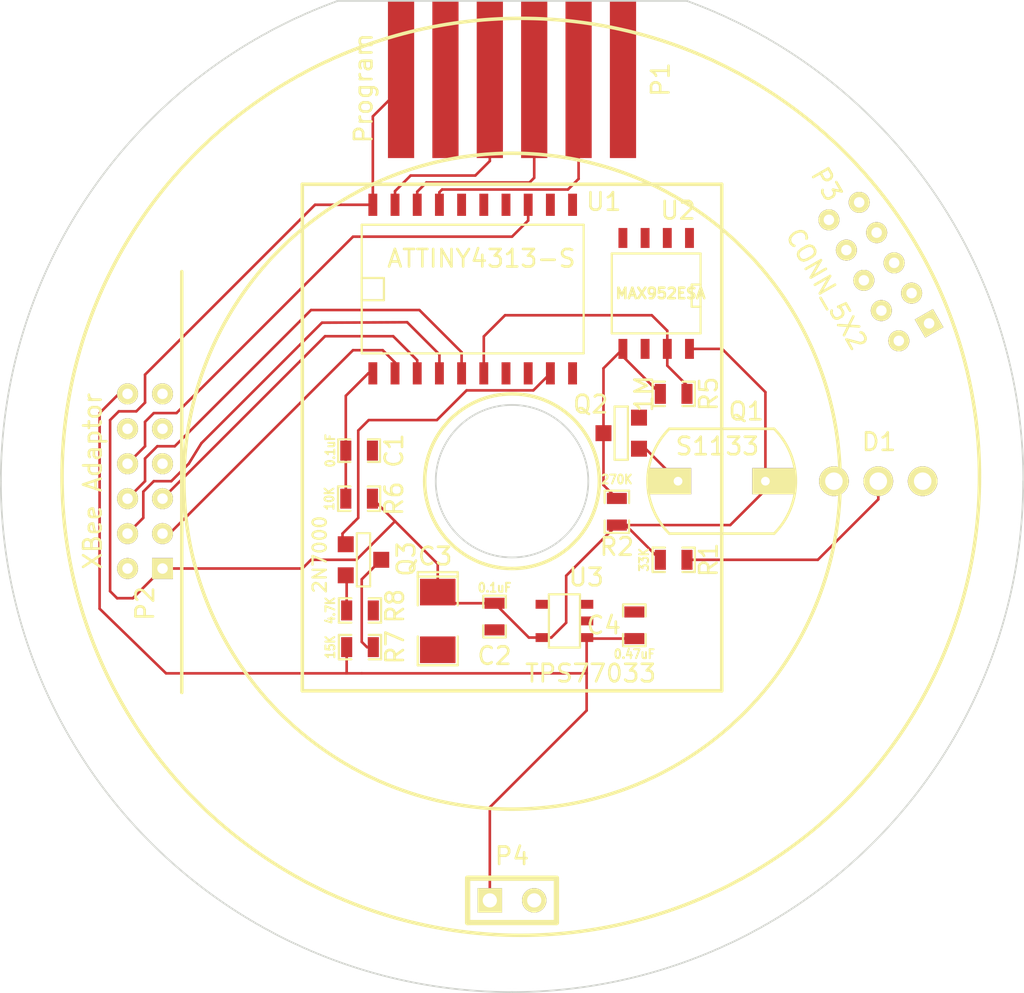
<source format=kicad_pcb>
(kicad_pcb (version 4) (host pcbnew "(2014-jul-16 BZR unknown)-product")

  (general
    (links 63)
    (no_connects 31)
    (area 170.699999 72.35 229.31175 129.300001)
    (thickness 1.6)
    (drawings 14)
    (tracks 140)
    (zones 0)
    (modules 21)
    (nets 31)
  )

  (page A4)
  (title_block
    (title "XBee ATTiny4313 Counting Node")
    (date "28 Jul 2014")
    (rev 0.0)
    (company "K. Sarkies")
  )

  (layers
    (0 F.Cu signal)
    (31 B.Cu power)
    (32 B.Adhes user)
    (33 F.Adhes user)
    (34 B.Paste user)
    (35 F.Paste user)
    (36 B.SilkS user)
    (37 F.SilkS user)
    (38 B.Mask user)
    (39 F.Mask user)
    (40 Dwgs.User user)
    (41 Cmts.User user)
    (42 Eco1.User user)
    (43 Eco2.User user)
    (44 Edge.Cuts user)
    (45 Margin user)
  )

  (setup
    (last_trace_width 0.15)
    (trace_clearance 0.15)
    (zone_clearance 0.508)
    (zone_45_only no)
    (trace_min 0.15)
    (segment_width 0.2)
    (edge_width 0.1)
    (via_size 0.889)
    (via_drill 0.635)
    (via_min_size 0.889)
    (via_min_drill 0.3)
    (uvia_size 0.508)
    (uvia_drill 0.3)
    (uvias_allowed no)
    (uvia_min_size 0.508)
    (uvia_min_drill 0.3)
    (pcb_text_width 0.3)
    (pcb_text_size 1.5 1.5)
    (mod_edge_width 0.15)
    (mod_text_size 1 1)
    (mod_text_width 0.15)
    (pad_size 9 1.5)
    (pad_drill 0)
    (pad_to_mask_clearance 0)
    (aux_axis_origin 0 0)
    (grid_origin 200 100)
    (visible_elements FFFFF77F)
    (pcbplotparams
      (layerselection 0x01030_80000001)
      (usegerberextensions false)
      (excludeedgelayer true)
      (linewidth 0.150000)
      (plotframeref false)
      (viasonmask false)
      (mode 1)
      (useauxorigin false)
      (hpglpennumber 1)
      (hpglpenspeed 20)
      (hpglpendiameter 15)
      (hpglpenoverlay 2)
      (psnegative false)
      (psa4output false)
      (plotreference true)
      (plotvalue true)
      (plotinvisibletext false)
      (padsonsilk false)
      (subtractmaskfromsilk false)
      (outputformat 1)
      (mirror false)
      (drillshape 0)
      (scaleselection 1)
      (outputdirectory gerbers/))
  )

  (net 0 "")
  (net 1 /Bootloader)
  (net 2 /CTS)
  (net 3 /On/Sleep)
  (net 4 /RTS)
  (net 5 /Reset)
  (net 6 /Rx)
  (net 7 /Sleep-Rq)
  (net 8 /Tx)
  (net 9 /VBatt)
  (net 10 /Xbee-Reset)
  (net 11 GND)
  (net 12 "Net-(D1-Pad2)")
  (net 13 "Net-(P1-Pad2)")
  (net 14 "Net-(P1-Pad3)")
  (net 15 "Net-(P1-Pad4)")
  (net 16 "Net-(Q1-Pad1)")
  (net 17 "Net-(Q3-PadD)")
  (net 18 "Net-(Q3-PadG)")
  (net 19 "Net-(Q3-PadS)")
  (net 20 "Net-(U1-Pad11)")
  (net 21 "Net-(U1-Pad12)")
  (net 22 "Net-(U1-Pad7)")
  (net 23 "Net-(U1-Pad8)")
  (net 24 "Net-(U2-Pad6)")
  (net 25 "Net-(U3-Pad4)")
  (net 26 VDD)
  (net 27 "Net-(P3-Pad5)")
  (net 28 "Net-(P3-Pad4)")
  (net 29 "Net-(Q2-Pad3)")
  (net 30 "Net-(U2-Pad1)")

  (net_class Default "This is the default net class."
    (clearance 0.15)
    (trace_width 0.15)
    (via_dia 0.889)
    (via_drill 0.635)
    (uvia_dia 0.508)
    (uvia_drill 0.3)
    (add_net /Bootloader)
    (add_net /CTS)
    (add_net /On/Sleep)
    (add_net /RTS)
    (add_net /Reset)
    (add_net /Rx)
    (add_net /Sleep-Rq)
    (add_net /Tx)
    (add_net /VBatt)
    (add_net /Xbee-Reset)
    (add_net GND)
    (add_net "Net-(D1-Pad2)")
    (add_net "Net-(P1-Pad2)")
    (add_net "Net-(P1-Pad3)")
    (add_net "Net-(P1-Pad4)")
    (add_net "Net-(P3-Pad4)")
    (add_net "Net-(P3-Pad5)")
    (add_net "Net-(Q1-Pad1)")
    (add_net "Net-(Q2-Pad3)")
    (add_net "Net-(Q3-PadD)")
    (add_net "Net-(Q3-PadG)")
    (add_net "Net-(Q3-PadS)")
    (add_net "Net-(U1-Pad11)")
    (add_net "Net-(U1-Pad12)")
    (add_net "Net-(U1-Pad7)")
    (add_net "Net-(U1-Pad8)")
    (add_net "Net-(U2-Pad1)")
    (add_net "Net-(U2-Pad6)")
    (add_net "Net-(U3-Pad4)")
    (add_net VDD)
  )

  (net_class Power ""
    (clearance 0.15)
    (trace_width 0.3)
    (via_dia 0.889)
    (via_drill 0.635)
    (uvia_dia 0.508)
    (uvia_drill 0.3)
  )

  (module SMD_Packages:SM1206POL (layer F.Cu) (tedit 53E09C28) (tstamp 53DF4A4D)
    (at 195.75 108 270)
    (path /53D32BEA)
    (attr smd)
    (fp_text reference C3 (at -3.7 0.15 360) (layer F.SilkS)
      (effects (font (size 1 1) (thickness 0.15)))
    )
    (fp_text value 10uF (at 0 0 270) (layer F.SilkS) hide
      (effects (font (size 0.762 0.762) (thickness 0.127)))
    )
    (fp_line (start -2.54 -1.143) (end -2.794 -1.143) (layer F.SilkS) (width 0.127))
    (fp_line (start -2.794 -1.143) (end -2.794 1.143) (layer F.SilkS) (width 0.127))
    (fp_line (start -2.794 1.143) (end -2.54 1.143) (layer F.SilkS) (width 0.127))
    (fp_line (start -2.54 -1.143) (end -2.54 1.143) (layer F.SilkS) (width 0.127))
    (fp_line (start -2.54 1.143) (end -0.889 1.143) (layer F.SilkS) (width 0.127))
    (fp_line (start 0.889 -1.143) (end 2.54 -1.143) (layer F.SilkS) (width 0.127))
    (fp_line (start 2.54 -1.143) (end 2.54 1.143) (layer F.SilkS) (width 0.127))
    (fp_line (start 2.54 1.143) (end 0.889 1.143) (layer F.SilkS) (width 0.127))
    (fp_line (start -0.889 -1.143) (end -2.54 -1.143) (layer F.SilkS) (width 0.127))
    (pad 1 smd rect (at -1.651 0 270) (size 1.524 2.032) (layers F.Cu F.Paste F.Mask)
      (net 26 VDD))
    (pad 2 smd rect (at 1.651 0 270) (size 1.524 2.032) (layers F.Cu F.Paste F.Mask)
      (net 11 GND))
    (model smd/chip_cms_pol.wrl
      (at (xyz 0 0 0))
      (scale (xyz 0.1700000017881393 0.1599999964237213 0.1599999964237213))
      (rotate (xyz 0 0 0))
    )
  )

  (module SMD_Packages:SO20L (layer F.Cu) (tedit 53E00FF6) (tstamp 53E011F6)
    (at 197.75 89)
    (descr "Cms SOJ 20 pins large")
    (tags "CMS SOJ")
    (path /53CEECF3)
    (attr smd)
    (fp_text reference U1 (at 7.5 -5) (layer F.SilkS)
      (effects (font (size 1 1) (thickness 0.15)))
    )
    (fp_text value ATTINY4313-S (at 0.5 -1.75) (layer F.SilkS)
      (effects (font (size 1 1) (thickness 0.15)))
    )
    (fp_line (start 6.35 3.683) (end 6.35 -3.683) (layer F.SilkS) (width 0.127))
    (fp_line (start -6.35 -3.683) (end -6.35 3.683) (layer F.SilkS) (width 0.127))
    (fp_line (start 6.35 3.683) (end -6.35 3.683) (layer F.SilkS) (width 0.127))
    (fp_line (start -6.35 -3.683) (end 6.35 -3.683) (layer F.SilkS) (width 0.127))
    (fp_line (start -6.35 -0.635) (end -5.08 -0.635) (layer F.SilkS) (width 0.127))
    (fp_line (start -5.08 -0.635) (end -5.08 0.635) (layer F.SilkS) (width 0.127))
    (fp_line (start -5.08 0.635) (end -6.35 0.635) (layer F.SilkS) (width 0.127))
    (pad 11 smd rect (at 5.715 -4.826) (size 0.508 1.27) (layers F.Cu F.Paste F.Mask)
      (net 20 "Net-(U1-Pad11)"))
    (pad 12 smd rect (at 4.445 -4.826) (size 0.508 1.27) (layers F.Cu F.Paste F.Mask)
      (net 21 "Net-(U1-Pad12)"))
    (pad 13 smd rect (at 3.175 -4.826) (size 0.508 1.27) (layers F.Cu F.Paste F.Mask)
      (net 3 /On/Sleep))
    (pad 14 smd rect (at 1.905 -4.826) (size 0.508 1.27) (layers F.Cu F.Paste F.Mask)
      (net 10 /Xbee-Reset))
    (pad 15 smd rect (at 0.635 -4.826) (size 0.508 1.27) (layers F.Cu F.Paste F.Mask)
      (net 7 /Sleep-Rq))
    (pad 16 smd rect (at -0.635 -4.826) (size 0.508 1.27) (layers F.Cu F.Paste F.Mask)
      (net 1 /Bootloader))
    (pad 17 smd rect (at -1.905 -4.826) (size 0.508 1.27) (layers F.Cu F.Paste F.Mask)
      (net 13 "Net-(P1-Pad2)"))
    (pad 18 smd rect (at -3.175 -4.826) (size 0.508 1.27) (layers F.Cu F.Paste F.Mask)
      (net 14 "Net-(P1-Pad3)"))
    (pad 19 smd rect (at -4.445 -4.826) (size 0.508 1.27) (layers F.Cu F.Paste F.Mask)
      (net 15 "Net-(P1-Pad4)"))
    (pad 20 smd rect (at -5.715 -4.826) (size 0.508 1.27) (layers F.Cu F.Paste F.Mask)
      (net 26 VDD))
    (pad 1 smd rect (at -5.715 4.826) (size 0.508 1.27) (layers F.Cu F.Paste F.Mask)
      (net 5 /Reset))
    (pad 2 smd rect (at -4.445 4.826) (size 0.508 1.27) (layers F.Cu F.Paste F.Mask)
      (net 6 /Rx))
    (pad 3 smd rect (at -3.175 4.826) (size 0.508 1.27) (layers F.Cu F.Paste F.Mask)
      (net 8 /Tx))
    (pad 4 smd rect (at -1.905 4.826) (size 0.508 1.27) (layers F.Cu F.Paste F.Mask)
      (net 2 /CTS))
    (pad 5 smd rect (at -0.635 4.826) (size 0.508 1.27) (layers F.Cu F.Paste F.Mask)
      (net 4 /RTS))
    (pad 6 smd rect (at 0.635 4.826) (size 0.508 1.27) (layers F.Cu F.Paste F.Mask)
      (net 27 "Net-(P3-Pad5)"))
    (pad 7 smd rect (at 1.905 4.826) (size 0.508 1.27) (layers F.Cu F.Paste F.Mask)
      (net 22 "Net-(U1-Pad7)"))
    (pad 8 smd rect (at 3.175 4.826) (size 0.508 1.27) (layers F.Cu F.Paste F.Mask)
      (net 23 "Net-(U1-Pad8)"))
    (pad 9 smd rect (at 4.445 4.826) (size 0.508 1.27) (layers F.Cu F.Paste F.Mask)
      (net 18 "Net-(Q3-PadG)"))
    (pad 10 smd rect (at 5.715 4.826) (size 0.508 1.27) (layers F.Cu F.Paste F.Mask)
      (net 11 GND))
    (model smd/cms_so20.wrl
      (at (xyz 0 0 0))
      (scale (xyz 0.5 0.6000000238418579 0.5))
      (rotate (xyz 0 0 0))
    )
  )

  (module SMD_Packages:SO8N (layer F.Cu) (tedit 53E08451) (tstamp 53D5AAED)
    (at 208.25 89.25 180)
    (descr "Module CMS SOJ 8 pins large")
    (tags "CMS SOJ")
    (path /53D35B75)
    (attr smd)
    (fp_text reference U2 (at -1.25 4.75 180) (layer F.SilkS)
      (effects (font (size 1 1) (thickness 0.15)))
    )
    (fp_text value MAX952ESA (at -0.25 0 180) (layer F.SilkS)
      (effects (font (size 0.6 0.6) (thickness 0.15)))
    )
    (fp_line (start -2.54 -2.286) (end 2.54 -2.286) (layer F.SilkS) (width 0.127))
    (fp_line (start 2.54 -2.286) (end 2.54 2.286) (layer F.SilkS) (width 0.127))
    (fp_line (start 2.54 2.286) (end -2.54 2.286) (layer F.SilkS) (width 0.127))
    (fp_line (start -2.54 2.286) (end -2.54 -2.286) (layer F.SilkS) (width 0.127))
    (fp_line (start -2.54 -0.762) (end -2.032 -0.762) (layer F.SilkS) (width 0.127))
    (fp_line (start -2.032 -0.762) (end -2.032 0.508) (layer F.SilkS) (width 0.127))
    (fp_line (start -2.032 0.508) (end -2.54 0.508) (layer F.SilkS) (width 0.127))
    (pad 8 smd rect (at -1.905 -3.175 180) (size 0.508 1.143) (layers F.Cu F.Paste F.Mask)
      (net 26 VDD))
    (pad 7 smd rect (at -0.635 -3.175 180) (size 0.508 1.143) (layers F.Cu F.Paste F.Mask)
      (net 27 "Net-(P3-Pad5)"))
    (pad 6 smd rect (at 0.635 -3.175 180) (size 0.508 1.143) (layers F.Cu F.Paste F.Mask)
      (net 24 "Net-(U2-Pad6)"))
    (pad 5 smd rect (at 1.905 -3.175 180) (size 0.508 1.143) (layers F.Cu F.Paste F.Mask)
      (net 29 "Net-(Q2-Pad3)"))
    (pad 4 smd rect (at 1.905 3.175 180) (size 0.508 1.143) (layers F.Cu F.Paste F.Mask)
      (net 11 GND))
    (pad 3 smd rect (at 0.635 3.175 180) (size 0.508 1.143) (layers F.Cu F.Paste F.Mask)
      (net 11 GND))
    (pad 2 smd rect (at -0.635 3.175 180) (size 0.508 1.143) (layers F.Cu F.Paste F.Mask)
      (net 11 GND))
    (pad 1 smd rect (at -1.905 3.175 180) (size 0.508 1.143) (layers F.Cu F.Paste F.Mask)
      (net 30 "Net-(U2-Pad1)"))
    (model smd/cms_so8.wrl
      (at (xyz 0 0 0))
      (scale (xyz 0.5 0.3799999952316284 0.5))
      (rotate (xyz 0 0 0))
    )
  )

  (module SMD_Packages:SOT23-5 (layer F.Cu) (tedit 53E083C8) (tstamp 53E0129D)
    (at 203 108 90)
    (path /53D3518C)
    (attr smd)
    (fp_text reference U3 (at 2.5 1.25 180) (layer F.SilkS)
      (effects (font (size 1 1) (thickness 0.15)))
    )
    (fp_text value TPS77033 (at -3 1.5 180) (layer F.SilkS)
      (effects (font (size 1 1) (thickness 0.15)))
    )
    (fp_line (start 1.524 -0.889) (end 1.524 0.889) (layer F.SilkS) (width 0.127))
    (fp_line (start 1.524 0.889) (end -1.524 0.889) (layer F.SilkS) (width 0.127))
    (fp_line (start -1.524 0.889) (end -1.524 -0.889) (layer F.SilkS) (width 0.127))
    (fp_line (start -1.524 -0.889) (end 1.524 -0.889) (layer F.SilkS) (width 0.127))
    (pad 1 smd rect (at -0.9525 1.27 90) (size 0.508 0.762) (layers F.Cu F.Paste F.Mask)
      (net 9 /VBatt))
    (pad 3 smd rect (at 0.9525 1.27 90) (size 0.508 0.762) (layers F.Cu F.Paste F.Mask)
      (net 11 GND))
    (pad 5 smd rect (at -0.9525 -1.27 90) (size 0.508 0.762) (layers F.Cu F.Paste F.Mask)
      (net 26 VDD))
    (pad 2 smd rect (at 0 1.27 90) (size 0.508 0.762) (layers F.Cu F.Paste F.Mask)
      (net 11 GND))
    (pad 4 smd rect (at 0.9525 -1.27 90) (size 0.508 0.762) (layers F.Cu F.Paste F.Mask)
      (net 25 "Net-(U3-Pad4)"))
    (model smd/SOT23_5.wrl
      (at (xyz 0 0 0))
      (scale (xyz 0.1000000014901161 0.1000000014901161 0.1000000014901161))
      (rotate (xyz 0 0 0))
    )
  )

  (module Connect:SIL-2 (layer F.Cu) (tedit 53DE0509) (tstamp 53DE0969)
    (at 200 124)
    (descr "Connecteurs 2 pins")
    (tags "CONN DEV")
    (path /53D32A7E)
    (fp_text reference P4 (at 0 -2.54) (layer F.SilkS)
      (effects (font (size 1 1) (thickness 0.15)))
    )
    (fp_text value Battery (at 0 -2.54) (layer F.SilkS) hide
      (effects (font (size 1.524 1.016) (thickness 0.3048)))
    )
    (fp_line (start -2.54 1.27) (end -2.54 -1.27) (layer F.SilkS) (width 0.3048))
    (fp_line (start -2.54 -1.27) (end 2.54 -1.27) (layer F.SilkS) (width 0.3048))
    (fp_line (start 2.54 -1.27) (end 2.54 1.27) (layer F.SilkS) (width 0.3048))
    (fp_line (start 2.54 1.27) (end -2.54 1.27) (layer F.SilkS) (width 0.3048))
    (pad 1 thru_hole rect (at -1.27 0) (size 1.397 1.397) (drill 0.8128) (layers *.Cu *.Mask F.SilkS)
      (net 9 /VBatt))
    (pad 2 thru_hole circle (at 1.27 0) (size 1.397 1.397) (drill 0.8128) (layers *.Cu *.Mask F.SilkS)
      (net 11 GND))
  )

  (module PhotoDiode:LED-Mount (layer F.Cu) (tedit 53DF4AB9) (tstamp 53DFE4F0)
    (at 223.5 100)
    (path /53DCC508)
    (fp_text reference D1 (at -2.5 -2.25) (layer F.SilkS)
      (effects (font (size 1 1) (thickness 0.15)))
    )
    (fp_text value APD3224ZGC-F01 (at -2.5 -2.5) (layer F.SilkS) hide
      (effects (font (size 1 1) (thickness 0.15)))
    )
    (pad 1 thru_hole circle (at 0 0) (size 1.7 1.7) (drill 1) (layers *.Cu *.Mask F.SilkS)
      (net 11 GND))
    (pad 2 thru_hole circle (at -2.54 0) (size 1.7 1.7) (drill 1) (layers *.Cu *.Mask F.SilkS)
      (net 12 "Net-(D1-Pad2)"))
    (pad 3 thru_hole circle (at -5.08 0) (size 1.7 1.7) (drill 1) (layers *.Cu *.Mask F.SilkS))
  )

  (module SMD_Packages:SM0603_Capa (layer F.Cu) (tedit 53E083DF) (tstamp 53E0110C)
    (at 191.25 98.25)
    (path /53DF7E14)
    (attr smd)
    (fp_text reference C1 (at 2 0 90) (layer F.SilkS)
      (effects (font (size 1 1) (thickness 0.15)))
    )
    (fp_text value 0.1uF (at -1.651 0 90) (layer F.SilkS)
      (effects (font (size 0.508 0.4572) (thickness 0.1143)))
    )
    (fp_line (start 0.50038 0.65024) (end 1.19888 0.65024) (layer F.SilkS) (width 0.11938))
    (fp_line (start -0.50038 0.65024) (end -1.19888 0.65024) (layer F.SilkS) (width 0.11938))
    (fp_line (start 0.50038 -0.65024) (end 1.19888 -0.65024) (layer F.SilkS) (width 0.11938))
    (fp_line (start -1.19888 -0.65024) (end -0.50038 -0.65024) (layer F.SilkS) (width 0.11938))
    (fp_line (start 1.19888 -0.635) (end 1.19888 0.635) (layer F.SilkS) (width 0.11938))
    (fp_line (start -1.19888 0.635) (end -1.19888 -0.635) (layer F.SilkS) (width 0.11938))
    (pad 1 smd rect (at -0.762 0) (size 0.635 1.143) (layers F.Cu F.Paste F.Mask)
      (net 5 /Reset))
    (pad 2 smd rect (at 0.762 0) (size 0.635 1.143) (layers F.Cu F.Paste F.Mask)
      (net 11 GND))
    (model smd\capacitors\C0603.wrl
      (at (xyz 0 0 0.001000000047497451))
      (scale (xyz 0.5 0.5 0.5))
      (rotate (xyz 0 0 0))
    )
  )

  (module SMD_Packages:SM0603_Capa (layer F.Cu) (tedit 53E083CE) (tstamp 53E0719D)
    (at 199 107.75 270)
    (path /53D32ECC)
    (attr smd)
    (fp_text reference C2 (at 2.25 0 360) (layer F.SilkS)
      (effects (font (size 1 1) (thickness 0.15)))
    )
    (fp_text value 0.1uF (at -1.651 0 360) (layer F.SilkS)
      (effects (font (size 0.508 0.4572) (thickness 0.1143)))
    )
    (fp_line (start 0.50038 0.65024) (end 1.19888 0.65024) (layer F.SilkS) (width 0.11938))
    (fp_line (start -0.50038 0.65024) (end -1.19888 0.65024) (layer F.SilkS) (width 0.11938))
    (fp_line (start 0.50038 -0.65024) (end 1.19888 -0.65024) (layer F.SilkS) (width 0.11938))
    (fp_line (start -1.19888 -0.65024) (end -0.50038 -0.65024) (layer F.SilkS) (width 0.11938))
    (fp_line (start 1.19888 -0.635) (end 1.19888 0.635) (layer F.SilkS) (width 0.11938))
    (fp_line (start -1.19888 0.635) (end -1.19888 -0.635) (layer F.SilkS) (width 0.11938))
    (pad 1 smd rect (at -0.762 0 270) (size 0.635 1.143) (layers F.Cu F.Paste F.Mask)
      (net 26 VDD))
    (pad 2 smd rect (at 0.762 0 270) (size 0.635 1.143) (layers F.Cu F.Paste F.Mask)
      (net 11 GND))
    (model smd\capacitors\C0603.wrl
      (at (xyz 0 0 0.001000000047497451))
      (scale (xyz 0.5 0.5 0.5))
      (rotate (xyz 0 0 0))
    )
  )

  (module SMD_Packages:SM0603_Capa (layer F.Cu) (tedit 53E08469) (tstamp 53E071A8)
    (at 207 108.25 90)
    (path /53D36D73)
    (attr smd)
    (fp_text reference C4 (at 0 -1.75 180) (layer F.SilkS)
      (effects (font (size 1 1) (thickness 0.15)))
    )
    (fp_text value 0.47uF (at -1.651 0 180) (layer F.SilkS)
      (effects (font (size 0.508 0.4572) (thickness 0.1143)))
    )
    (fp_line (start 0.50038 0.65024) (end 1.19888 0.65024) (layer F.SilkS) (width 0.11938))
    (fp_line (start -0.50038 0.65024) (end -1.19888 0.65024) (layer F.SilkS) (width 0.11938))
    (fp_line (start 0.50038 -0.65024) (end 1.19888 -0.65024) (layer F.SilkS) (width 0.11938))
    (fp_line (start -1.19888 -0.65024) (end -0.50038 -0.65024) (layer F.SilkS) (width 0.11938))
    (fp_line (start 1.19888 -0.635) (end 1.19888 0.635) (layer F.SilkS) (width 0.11938))
    (fp_line (start -1.19888 0.635) (end -1.19888 -0.635) (layer F.SilkS) (width 0.11938))
    (pad 1 smd rect (at -0.762 0 90) (size 0.635 1.143) (layers F.Cu F.Paste F.Mask)
      (net 9 /VBatt))
    (pad 2 smd rect (at 0.762 0 90) (size 0.635 1.143) (layers F.Cu F.Paste F.Mask)
      (net 11 GND))
    (model smd\capacitors\C0603.wrl
      (at (xyz 0 0 0.001000000047497451))
      (scale (xyz 0.5 0.5 0.5))
      (rotate (xyz 0 0 0))
    )
  )

  (module SMD_Packages:SM0603_Resistor (layer F.Cu) (tedit 53E08515) (tstamp 53E010C5)
    (at 209.25 104.5)
    (path /53DCC4A4)
    (attr smd)
    (fp_text reference R1 (at 2 0 90) (layer F.SilkS)
      (effects (font (size 1 1) (thickness 0.15)))
    )
    (fp_text value 33K (at -1.69926 0 90) (layer F.SilkS)
      (effects (font (size 0.508 0.4572) (thickness 0.1143)))
    )
    (fp_line (start -0.50038 -0.6985) (end -1.2065 -0.6985) (layer F.SilkS) (width 0.127))
    (fp_line (start -1.2065 -0.6985) (end -1.2065 0.6985) (layer F.SilkS) (width 0.127))
    (fp_line (start -1.2065 0.6985) (end -0.50038 0.6985) (layer F.SilkS) (width 0.127))
    (fp_line (start 1.2065 -0.6985) (end 0.50038 -0.6985) (layer F.SilkS) (width 0.127))
    (fp_line (start 1.2065 -0.6985) (end 1.2065 0.6985) (layer F.SilkS) (width 0.127))
    (fp_line (start 1.2065 0.6985) (end 0.50038 0.6985) (layer F.SilkS) (width 0.127))
    (pad 1 smd rect (at -0.762 0) (size 0.635 1.143) (layers F.Cu F.Paste F.Mask)
      (net 26 VDD))
    (pad 2 smd rect (at 0.762 0) (size 0.635 1.143) (layers F.Cu F.Paste F.Mask)
      (net 12 "Net-(D1-Pad2)"))
    (model smd\resistors\R0603.wrl
      (at (xyz 0 0 0.001000000047497451))
      (scale (xyz 0.5 0.5 0.5))
      (rotate (xyz 0 0 0))
    )
  )

  (module SMD_Packages:SM0603_Resistor (layer F.Cu) (tedit 53E09C20) (tstamp 53E071BE)
    (at 206 101.75 90)
    (path /53D35F1D)
    (attr smd)
    (fp_text reference R2 (at -2 0 180) (layer F.SilkS)
      (effects (font (size 1 1) (thickness 0.15)))
    )
    (fp_text value 270K (at 1.85 0 180) (layer F.SilkS)
      (effects (font (size 0.508 0.4572) (thickness 0.1143)))
    )
    (fp_line (start -0.50038 -0.6985) (end -1.2065 -0.6985) (layer F.SilkS) (width 0.127))
    (fp_line (start -1.2065 -0.6985) (end -1.2065 0.6985) (layer F.SilkS) (width 0.127))
    (fp_line (start -1.2065 0.6985) (end -0.50038 0.6985) (layer F.SilkS) (width 0.127))
    (fp_line (start 1.2065 -0.6985) (end 0.50038 -0.6985) (layer F.SilkS) (width 0.127))
    (fp_line (start 1.2065 -0.6985) (end 1.2065 0.6985) (layer F.SilkS) (width 0.127))
    (fp_line (start 1.2065 0.6985) (end 0.50038 0.6985) (layer F.SilkS) (width 0.127))
    (pad 1 smd rect (at -0.762 0 90) (size 0.635 1.143) (layers F.Cu F.Paste F.Mask)
      (net 26 VDD))
    (pad 2 smd rect (at 0.762 0 90) (size 0.635 1.143) (layers F.Cu F.Paste F.Mask)
      (net 29 "Net-(Q2-Pad3)"))
    (model smd\resistors\R0603.wrl
      (at (xyz 0 0 0.001000000047497451))
      (scale (xyz 0.5 0.5 0.5))
      (rotate (xyz 0 0 0))
    )
  )

  (module SMD_Packages:SM0603_Resistor (layer F.Cu) (tedit 53E08520) (tstamp 53E071C9)
    (at 209.25 95)
    (path /53D35C63)
    (attr smd)
    (fp_text reference R5 (at 2 0 90) (layer F.SilkS)
      (effects (font (size 1 1) (thickness 0.15)))
    )
    (fp_text value 1M (at -1.69926 0 90) (layer F.SilkS)
      (effects (font (size 1 1) (thickness 0.15)))
    )
    (fp_line (start -0.50038 -0.6985) (end -1.2065 -0.6985) (layer F.SilkS) (width 0.127))
    (fp_line (start -1.2065 -0.6985) (end -1.2065 0.6985) (layer F.SilkS) (width 0.127))
    (fp_line (start -1.2065 0.6985) (end -0.50038 0.6985) (layer F.SilkS) (width 0.127))
    (fp_line (start 1.2065 -0.6985) (end 0.50038 -0.6985) (layer F.SilkS) (width 0.127))
    (fp_line (start 1.2065 -0.6985) (end 1.2065 0.6985) (layer F.SilkS) (width 0.127))
    (fp_line (start 1.2065 0.6985) (end 0.50038 0.6985) (layer F.SilkS) (width 0.127))
    (pad 1 smd rect (at -0.762 0) (size 0.635 1.143) (layers F.Cu F.Paste F.Mask)
      (net 29 "Net-(Q2-Pad3)"))
    (pad 2 smd rect (at 0.762 0) (size 0.635 1.143) (layers F.Cu F.Paste F.Mask)
      (net 27 "Net-(P3-Pad5)"))
    (model smd\resistors\R0603.wrl
      (at (xyz 0 0 0.001000000047497451))
      (scale (xyz 0.5 0.5 0.5))
      (rotate (xyz 0 0 0))
    )
  )

  (module SMD_Packages:SM0603_Resistor (layer F.Cu) (tedit 53E083D8) (tstamp 53E071DF)
    (at 191.3 109.5)
    (path /53D32AFA)
    (attr smd)
    (fp_text reference R7 (at 2 0 90) (layer F.SilkS)
      (effects (font (size 1 1) (thickness 0.15)))
    )
    (fp_text value 15K (at -1.69926 0 90) (layer F.SilkS)
      (effects (font (size 0.508 0.4572) (thickness 0.1143)))
    )
    (fp_line (start -0.50038 -0.6985) (end -1.2065 -0.6985) (layer F.SilkS) (width 0.127))
    (fp_line (start -1.2065 -0.6985) (end -1.2065 0.6985) (layer F.SilkS) (width 0.127))
    (fp_line (start -1.2065 0.6985) (end -0.50038 0.6985) (layer F.SilkS) (width 0.127))
    (fp_line (start 1.2065 -0.6985) (end 0.50038 -0.6985) (layer F.SilkS) (width 0.127))
    (fp_line (start 1.2065 -0.6985) (end 1.2065 0.6985) (layer F.SilkS) (width 0.127))
    (fp_line (start 1.2065 0.6985) (end 0.50038 0.6985) (layer F.SilkS) (width 0.127))
    (pad 1 smd rect (at -0.762 0) (size 0.635 1.143) (layers F.Cu F.Paste F.Mask)
      (net 9 /VBatt))
    (pad 2 smd rect (at 0.762 0) (size 0.635 1.143) (layers F.Cu F.Paste F.Mask)
      (net 17 "Net-(Q3-PadD)"))
    (model smd\resistors\R0603.wrl
      (at (xyz 0 0 0.001000000047497451))
      (scale (xyz 0.5 0.5 0.5))
      (rotate (xyz 0 0 0))
    )
  )

  (module SMD_Packages:SM0603_Resistor (layer F.Cu) (tedit 53E083D3) (tstamp 53E071EA)
    (at 191.3 107.4)
    (path /53D32B0E)
    (attr smd)
    (fp_text reference R8 (at 2 -0.25 90) (layer F.SilkS)
      (effects (font (size 1 1) (thickness 0.15)))
    )
    (fp_text value 4.7K (at -1.69926 0 90) (layer F.SilkS)
      (effects (font (size 0.508 0.4572) (thickness 0.1143)))
    )
    (fp_line (start -0.50038 -0.6985) (end -1.2065 -0.6985) (layer F.SilkS) (width 0.127))
    (fp_line (start -1.2065 -0.6985) (end -1.2065 0.6985) (layer F.SilkS) (width 0.127))
    (fp_line (start -1.2065 0.6985) (end -0.50038 0.6985) (layer F.SilkS) (width 0.127))
    (fp_line (start 1.2065 -0.6985) (end 0.50038 -0.6985) (layer F.SilkS) (width 0.127))
    (fp_line (start 1.2065 -0.6985) (end 1.2065 0.6985) (layer F.SilkS) (width 0.127))
    (fp_line (start 1.2065 0.6985) (end 0.50038 0.6985) (layer F.SilkS) (width 0.127))
    (pad 1 smd rect (at -0.762 0) (size 0.635 1.143) (layers F.Cu F.Paste F.Mask)
      (net 19 "Net-(Q3-PadS)"))
    (pad 2 smd rect (at 0.762 0) (size 0.635 1.143) (layers F.Cu F.Paste F.Mask)
      (net 11 GND))
    (model smd\resistors\R0603.wrl
      (at (xyz 0 0 0.001000000047497451))
      (scale (xyz 0.5 0.5 0.5))
      (rotate (xyz 0 0 0))
    )
  )

  (module SMD_Packages:SM0603_Resistor (layer F.Cu) (tedit 53E083DB) (tstamp 53E0B887)
    (at 191.25 101)
    (path /53D32B68)
    (attr smd)
    (fp_text reference R6 (at 2 0 90) (layer F.SilkS)
      (effects (font (size 1 1) (thickness 0.15)))
    )
    (fp_text value 10K (at -1.69926 0 90) (layer F.SilkS)
      (effects (font (size 0.508 0.4572) (thickness 0.1143)))
    )
    (fp_line (start -0.50038 -0.6985) (end -1.2065 -0.6985) (layer F.SilkS) (width 0.127))
    (fp_line (start -1.2065 -0.6985) (end -1.2065 0.6985) (layer F.SilkS) (width 0.127))
    (fp_line (start -1.2065 0.6985) (end -0.50038 0.6985) (layer F.SilkS) (width 0.127))
    (fp_line (start 1.2065 -0.6985) (end 0.50038 -0.6985) (layer F.SilkS) (width 0.127))
    (fp_line (start 1.2065 -0.6985) (end 1.2065 0.6985) (layer F.SilkS) (width 0.127))
    (fp_line (start 1.2065 0.6985) (end 0.50038 0.6985) (layer F.SilkS) (width 0.127))
    (pad 1 smd rect (at -0.762 0) (size 0.635 1.143) (layers F.Cu F.Paste F.Mask)
      (net 5 /Reset))
    (pad 2 smd rect (at 0.762 0) (size 0.635 1.143) (layers F.Cu F.Paste F.Mask)
      (net 26 VDD))
    (model smd\resistors\R0603.wrl
      (at (xyz 0 0 0.001000000047497451))
      (scale (xyz 0.5 0.5 0.5))
      (rotate (xyz 0 0 0))
    )
  )

  (module PhotoDiode:S1133TH (layer F.Cu) (tedit 53E0D6E6) (tstamp 53E4178E)
    (at 212 100)
    (path /53D35EC7)
    (fp_text reference Q1 (at 1.4 -4) (layer F.SilkS)
      (effects (font (size 1 1) (thickness 0.15)))
    )
    (fp_text value S1133 (at -0.25 -2) (layer F.SilkS)
      (effects (font (size 1 1) (thickness 0.15)))
    )
    (fp_arc (start 0 0) (end -3 3) (angle 90) (layer F.SilkS) (width 0.15))
    (fp_arc (start 0 0) (end 3 -3) (angle 90) (layer F.SilkS) (width 0.15))
    (fp_line (start 3 3) (end -3 3) (layer F.SilkS) (width 0.15))
    (fp_line (start 3 -3) (end -3 -3) (layer F.SilkS) (width 0.15))
    (pad 1 thru_hole rect (at -2.5 0) (size 2.5 1.5) (drill 0.5 (offset -0.5 0)) (layers *.Cu *.Mask F.SilkS)
      (net 16 "Net-(Q1-Pad1)"))
    (pad 3 thru_hole rect (at 2.5 0) (size 2.5 1.5) (drill 0.5 (offset 0.5 0)) (layers *.Cu *.Mask F.SilkS)
      (net 26 VDD))
  )

  (module PhotoDiode:pin_header_2mm_2x6 (layer F.Cu) (tedit 53E0724F) (tstamp 53E15724)
    (at 179 100 90)
    (path /53DDD3EB)
    (fp_text reference P2 (at -7 0 90) (layer F.SilkS)
      (effects (font (size 1 1) (thickness 0.15)))
    )
    (fp_text value "XBee Adaptor" (at 0 -3 90) (layer F.SilkS)
      (effects (font (size 1 1) (thickness 0.15)))
    )
    (pad 5 thru_hole circle (at -1 1 90) (size 1.2 1.2) (drill 0.6) (layers *.Cu *.Mask F.SilkS)
      (net 8 /Tx))
    (pad 3 thru_hole circle (at -3 1 90) (size 1.2 1.2) (drill 0.6) (layers *.Cu *.Mask F.SilkS)
      (net 6 /Rx))
    (pad 1 thru_hole rect (at -5 1 90) (size 1.2 1.2) (drill 0.6) (layers *.Cu *.Mask F.SilkS)
      (net 26 VDD))
    (pad 7 thru_hole circle (at 1 1 90) (size 1.2 1.2) (drill 0.6) (layers *.Cu *.Mask F.SilkS)
      (net 1 /Bootloader))
    (pad 9 thru_hole circle (at 3 1 90) (size 1.2 1.2) (drill 0.6) (layers *.Cu *.Mask F.SilkS)
      (net 5 /Reset))
    (pad 11 thru_hole circle (at 5 1 90) (size 1.2 1.2) (drill 0.6) (layers *.Cu *.Mask F.SilkS)
      (net 11 GND))
    (pad 12 thru_hole circle (at 5 -1 90) (size 1.2 1.2) (drill 0.6) (layers *.Cu *.Mask F.SilkS)
      (net 9 /VBatt))
    (pad 10 thru_hole circle (at 3 -1 90) (size 1.2 1.2) (drill 0.6) (layers *.Cu *.Mask F.SilkS)
      (net 10 /Xbee-Reset))
    (pad 8 thru_hole circle (at 1 -1 90) (size 1.2 1.2) (drill 0.6) (layers *.Cu *.Mask F.SilkS)
      (net 3 /On/Sleep))
    (pad 6 thru_hole circle (at -1 -1 90) (size 1.2 1.2) (drill 0.6) (layers *.Cu *.Mask F.SilkS)
      (net 4 /RTS))
    (pad 4 thru_hole circle (at -3 -1 90) (size 1.2 1.2) (drill 0.6) (layers *.Cu *.Mask F.SilkS)
      (net 2 /CTS))
    (pad 2 thru_hole circle (at -5 -1 90) (size 1.2 1.2) (drill 0.6) (layers *.Cu *.Mask F.SilkS)
      (net 7 /Sleep-Rq))
  )

  (module PhotoDiode:pin_header_2mm_2x5 (layer F.Cu) (tedit 53E075E5) (tstamp 53E1FA1B)
    (at 221 88 120)
    (path /53E0177A)
    (fp_text reference P3 (at 5.830127 -0.098076 120) (layer F.SilkS)
      (effects (font (size 1 1) (thickness 0.15)))
    )
    (fp_text value CONN_5X2 (at 0.633975 -3.098076 120) (layer F.SilkS)
      (effects (font (size 1 1) (thickness 0.15)))
    )
    (pad 5 thru_hole circle (at 0 1 120) (size 1.2 1.2) (drill 0.6) (layers *.Cu *.Mask F.SilkS)
      (net 27 "Net-(P3-Pad5)"))
    (pad 3 thru_hole circle (at -2 1 120) (size 1.2 1.2) (drill 0.6) (layers *.Cu *.Mask F.SilkS)
      (net 8 /Tx))
    (pad 1 thru_hole rect (at -4 1 120) (size 1.2 1.2) (drill 0.6) (layers *.Cu *.Mask F.SilkS)
      (net 6 /Rx))
    (pad 7 thru_hole circle (at 2 1 120) (size 1.2 1.2) (drill 0.6) (layers *.Cu *.Mask F.SilkS)
      (net 5 /Reset))
    (pad 9 thru_hole circle (at 4 1 120) (size 1.2 1.2) (drill 0.6) (layers *.Cu *.Mask F.SilkS)
      (net 11 GND))
    (pad 10 thru_hole circle (at 4 -1 120) (size 1.2 1.2) (drill 0.6) (layers *.Cu *.Mask F.SilkS)
      (net 9 /VBatt))
    (pad 8 thru_hole circle (at 2 -1 120) (size 1.2 1.2) (drill 0.6) (layers *.Cu *.Mask F.SilkS)
      (net 10 /Xbee-Reset))
    (pad 6 thru_hole circle (at 0 -1 120) (size 1.2 1.2) (drill 0.6) (layers *.Cu *.Mask F.SilkS)
      (net 3 /On/Sleep))
    (pad 4 thru_hole circle (at -2 -1 120) (size 1.2 1.2) (drill 0.6) (layers *.Cu *.Mask F.SilkS)
      (net 28 "Net-(P3-Pad4)"))
    (pad 2 thru_hole circle (at -4 -1 120) (size 1.2 1.2) (drill 0.6) (layers *.Cu *.Mask F.SilkS)
      (net 7 /Sleep-Rq))
  )

  (module PhotoDiode:edge_conn_6_pin (layer F.Cu) (tedit 53E099E8) (tstamp 53E09A0E)
    (at 200 77 90)
    (path /53D36642)
    (fp_text reference P1 (at 0 8.5 90) (layer F.SilkS)
      (effects (font (size 1 1) (thickness 0.15)))
    )
    (fp_text value Program (at -0.5 -8.5 90) (layer F.SilkS)
      (effects (font (size 1 1) (thickness 0.15)))
    )
    (pad 2 connect rect (at 0 3.81 90) (size 9 1.5) (layers F.Cu F.Mask)
      (net 13 "Net-(P1-Pad2)"))
    (pad 3 connect rect (at 0 1.27 90) (size 9 1.5) (layers F.Cu F.Mask)
      (net 14 "Net-(P1-Pad3)"))
    (pad 4 connect rect (at 0 -1.27 90) (size 9 1.5) (layers F.Cu F.Mask)
      (net 15 "Net-(P1-Pad4)"))
    (pad 5 connect rect (at 0 -3.81 90) (size 9 1.5) (layers F.Cu F.Mask)
      (net 5 /Reset))
    (pad 6 connect rect (at 0 -6.35 90) (size 9 1.5) (layers F.Cu F.Mask)
      (net 26 VDD))
    (pad 1 connect rect (at 0 6.35 90) (size 9 1.5) (layers F.Cu F.Mask)
      (net 11 GND))
  )

  (module SMD_Packages:SOT23EBC (layer F.Cu) (tedit 53E0D6E3) (tstamp 53E17839)
    (at 206.25 97.25 270)
    (descr "Module CMS SOT23 Transistore EBC")
    (tags "CMS SOT")
    (path /53D35E04)
    (attr smd)
    (fp_text reference Q2 (at -1.65 1.75 360) (layer F.SilkS)
      (effects (font (size 1 1) (thickness 0.15)))
    )
    (fp_text value S9014 (at 0 0 270) (layer F.SilkS) hide
      (effects (font (size 0.762 0.762) (thickness 0.2032)))
    )
    (fp_line (start -1.524 -0.381) (end 1.524 -0.381) (layer F.SilkS) (width 0.127))
    (fp_line (start 1.524 -0.381) (end 1.524 0.381) (layer F.SilkS) (width 0.127))
    (fp_line (start 1.524 0.381) (end -1.524 0.381) (layer F.SilkS) (width 0.127))
    (fp_line (start -1.524 0.381) (end -1.524 -0.381) (layer F.SilkS) (width 0.127))
    (pad 1 smd rect (at -0.889 -1.016 270) (size 0.9144 0.9144) (layers F.Cu F.Paste F.Mask)
      (net 11 GND))
    (pad 2 smd rect (at 0.889 -1.016 270) (size 0.9144 0.9144) (layers F.Cu F.Paste F.Mask)
      (net 16 "Net-(Q1-Pad1)"))
    (pad 3 smd rect (at 0 1.016 270) (size 0.9144 0.9144) (layers F.Cu F.Paste F.Mask)
      (net 29 "Net-(Q2-Pad3)"))
    (model smd/cms_sot23.wrl
      (at (xyz 0 0 0))
      (scale (xyz 0.1299999952316284 0.1500000059604645 0.1500000059604645))
      (rotate (xyz 0 0 0))
    )
  )

  (module SMD_Packages:SOT23GDS (layer F.Cu) (tedit 53E1A0C2) (tstamp 53E17843)
    (at 191.5 104.5 90)
    (descr "Module CMS SOT23 Transistore EBC")
    (tags "CMS SOT")
    (path /53D32AE5)
    (attr smd)
    (fp_text reference Q3 (at 0.05 2.45 90) (layer F.SilkS)
      (effects (font (size 1 1) (thickness 0.15)))
    )
    (fp_text value 2N7000 (at 0.3 -2.5 90) (layer F.SilkS)
      (effects (font (size 0.762 0.762) (thickness 0.12954)))
    )
    (fp_line (start -1.524 -0.381) (end 1.524 -0.381) (layer F.SilkS) (width 0.11938))
    (fp_line (start 1.524 -0.381) (end 1.524 0.381) (layer F.SilkS) (width 0.11938))
    (fp_line (start 1.524 0.381) (end -1.524 0.381) (layer F.SilkS) (width 0.11938))
    (fp_line (start -1.524 0.381) (end -1.524 -0.381) (layer F.SilkS) (width 0.11938))
    (pad S smd rect (at -0.889 -1.016 90) (size 0.9144 0.9144) (layers F.Cu F.Paste F.Mask)
      (net 19 "Net-(Q3-PadS)"))
    (pad G smd rect (at 0.889 -1.016 90) (size 0.9144 0.9144) (layers F.Cu F.Paste F.Mask)
      (net 18 "Net-(Q3-PadG)"))
    (pad D smd rect (at 0 1.016 90) (size 0.9144 0.9144) (layers F.Cu F.Paste F.Mask)
      (net 17 "Net-(Q3-PadD)"))
    (model smd/cms_sot23.wrl
      (at (xyz 0 0 0))
      (scale (xyz 0.1299999952316284 0.1500000059604645 0.1500000059604645))
      (rotate (xyz 0 0 0))
    )
  )

  (gr_line (start 190 72.5) (end 210 72.5) (angle 90) (layer Edge.Cuts) (width 0.1))
  (gr_arc (start 200 100) (end 210 72.5) (angle 70) (layer Edge.Cuts) (width 0.1) (tstamp 53E1FA77))
  (gr_arc (start 200 100) (end 170.75 100) (angle 70) (layer Edge.Cuts) (width 0.1))
  (gr_circle (center 200 100) (end 205 100) (layer F.SilkS) (width 0.2))
  (gr_circle (center 200 100) (end 218.75 99) (layer F.SilkS) (width 0.2))
  (gr_line (start 181.1 112.1) (end 181.1 88) (angle 90) (layer F.SilkS) (width 0.2))
  (gr_line (start 188 83) (end 188 112) (angle 90) (layer F.SilkS) (width 0.2))
  (gr_line (start 212 83) (end 188 83) (angle 90) (layer F.SilkS) (width 0.2))
  (gr_line (start 212 112) (end 212 83) (angle 90) (layer F.SilkS) (width 0.2))
  (gr_line (start 188 112) (end 212 112) (angle 90) (layer F.SilkS) (width 0.2))
  (gr_arc (start 200 100) (end 200 129.25) (angle 90) (layer Edge.Cuts) (width 0.1))
  (gr_arc (start 200 100) (end 229.25 100) (angle 90) (layer Edge.Cuts) (width 0.1))
  (gr_circle (center 200.5 99.75) (end 226.75 99.75) (layer F.SilkS) (width 0.2))
  (gr_circle (center 200 100) (end 204.25 101) (layer Edge.Cuts) (width 0.1))

  (segment (start 195.845 93.826) (end 195.845 92.745) (width 0.15) (layer F.Cu) (net 2))
  (segment (start 178.9 102.1) (end 178 103) (width 0.15) (layer F.Cu) (net 2) (tstamp 53E19D40))
  (segment (start 178.9 100.6) (end 178.9 102.1) (width 0.15) (layer F.Cu) (net 2) (tstamp 53E19D3B))
  (segment (start 179.5 100) (end 178.9 100.6) (width 0.15) (layer F.Cu) (net 2) (tstamp 53E19D3A))
  (segment (start 180.5 100) (end 179.5 100) (width 0.15) (layer F.Cu) (net 2) (tstamp 53E19D36))
  (segment (start 181.5 99) (end 180.5 100) (width 0.15) (layer F.Cu) (net 2) (tstamp 53E19D31))
  (segment (start 182.225 97.825) (end 181.5 99) (width 0.15) (layer F.Cu) (net 2) (tstamp 53E19D2B))
  (segment (start 189.125 90.925) (end 182.225 97.825) (width 0.15) (layer F.Cu) (net 2) (tstamp 53E19D23))
  (segment (start 194 90.9) (end 189.125 90.925) (width 0.15) (layer F.Cu) (net 2) (tstamp 53E19D1F))
  (segment (start 195.845 92.745) (end 194 90.9) (width 0.15) (layer F.Cu) (net 2) (tstamp 53E19D1C))
  (segment (start 200.925 84.174) (end 200.925 85.075) (width 0.15) (layer F.Cu) (net 3))
  (segment (start 179 98) (end 178 99) (width 0.15) (layer F.Cu) (net 3) (tstamp 53E19DC3))
  (segment (start 179 96.6) (end 179 98) (width 0.15) (layer F.Cu) (net 3) (tstamp 53E19DC0))
  (segment (start 179.5 96.1) (end 179 96.6) (width 0.15) (layer F.Cu) (net 3) (tstamp 53E19DBF))
  (segment (start 180.8 96.1) (end 179.5 96.1) (width 0.15) (layer F.Cu) (net 3) (tstamp 53E19DBB))
  (segment (start 190.9 86) (end 180.8 96.1) (width 0.15) (layer F.Cu) (net 3) (tstamp 53E19DB7))
  (segment (start 200 86) (end 190.9 86) (width 0.15) (layer F.Cu) (net 3) (tstamp 53E19DAF))
  (segment (start 200.925 85.075) (end 200 86) (width 0.15) (layer F.Cu) (net 3) (tstamp 53E19DAD))
  (segment (start 197.115 93.826) (end 197.115 92.615) (width 0.15) (layer F.Cu) (net 4))
  (segment (start 179 100) (end 178 101) (width 0.15) (layer F.Cu) (net 4) (tstamp 53E19DA9))
  (segment (start 179 98.7) (end 179 100) (width 0.15) (layer F.Cu) (net 4) (tstamp 53E19DA6))
  (segment (start 179.7 98) (end 179 98.7) (width 0.15) (layer F.Cu) (net 4) (tstamp 53E19DA4))
  (segment (start 180.7 98) (end 179.7 98) (width 0.15) (layer F.Cu) (net 4) (tstamp 53E19DA1))
  (segment (start 188.5 90.2) (end 180.7 98) (width 0.15) (layer F.Cu) (net 4) (tstamp 53E19D9B))
  (segment (start 194.7 90.2) (end 188.5 90.2) (width 0.15) (layer F.Cu) (net 4) (tstamp 53E19D99))
  (segment (start 197.115 92.615) (end 194.7 90.2) (width 0.15) (layer F.Cu) (net 4) (tstamp 53E19D96))
  (segment (start 191.774 93.826) (end 190.488 95.112) (width 0.15) (layer F.Cu) (net 5) (tstamp 53E09BB5))
  (segment (start 190.488 95.112) (end 190.488 98.25) (width 0.15) (layer F.Cu) (net 5) (tstamp 53E09BBB))
  (segment (start 192.035 93.826) (end 191.774 93.826) (width 0.15) (layer F.Cu) (net 5))
  (segment (start 190.488 98.25) (end 190.488 101) (width 0.15) (layer F.Cu) (net 5))
  (segment (start 193.305 93.826) (end 193.305 93.205) (width 0.15) (layer F.Cu) (net 6))
  (segment (start 193.305 93.205) (end 192.6 92.5) (width 0.15) (layer F.Cu) (net 6) (tstamp 53E19CF9))
  (segment (start 192.6 92.5) (end 190.9 92.5) (width 0.15) (layer F.Cu) (net 6) (tstamp 53E19CFD))
  (segment (start 190.9 92.5) (end 180.4 103) (width 0.15) (layer F.Cu) (net 6) (tstamp 53E19D03))
  (segment (start 180.4 103) (end 180 103) (width 0.15) (layer F.Cu) (net 6) (tstamp 53E19D06))
  (segment (start 194.575 93.826) (end 194.575 93.075) (width 0.15) (layer F.Cu) (net 8))
  (segment (start 189.3 91.7) (end 180 101) (width 0.15) (layer F.Cu) (net 8) (tstamp 53E19D18))
  (segment (start 193.2 91.7) (end 189.3 91.7) (width 0.15) (layer F.Cu) (net 8) (tstamp 53E19D13))
  (segment (start 194.575 93.075) (end 193.2 91.7) (width 0.15) (layer F.Cu) (net 8) (tstamp 53E19D0C))
  (segment (start 190.538 109.5) (end 190.538 111) (width 0.15) (layer F.Cu) (net 9))
  (segment (start 190.538 111) (end 190.5 111) (width 0.15) (layer F.Cu) (net 9) (tstamp 53E1A075))
  (segment (start 178 95) (end 177.5 95) (width 0.15) (layer F.Cu) (net 9))
  (segment (start 177.5 95) (end 176.4 96.1) (width 0.15) (layer F.Cu) (net 9) (tstamp 53E19E79))
  (segment (start 191.4 111) (end 190.5 111) (width 0.15) (layer F.Cu) (net 9))
  (segment (start 190.5 111) (end 180.2 111) (width 0.15) (layer F.Cu) (net 9) (tstamp 53E1A078))
  (segment (start 176.4 107.3) (end 176.4 96.2) (width 0.15) (layer F.Cu) (net 9) (tstamp 53E19DEA))
  (segment (start 180.2 111) (end 176.4 107.3) (width 0.15) (layer F.Cu) (net 9) (tstamp 53E19DE4))
  (segment (start 198.73 118.67) (end 204.27 113.13) (width 0.15) (layer F.Cu) (net 9) (tstamp 53E178FF))
  (segment (start 204.27 111) (end 204.27 108.9525) (width 0.15) (layer F.Cu) (net 9) (tstamp 53E179B8))
  (segment (start 204.27 113.13) (end 204.27 111) (width 0.15) (layer F.Cu) (net 9) (tstamp 53E17901))
  (segment (start 198.73 124) (end 198.73 118.67) (width 0.15) (layer F.Cu) (net 9))
  (segment (start 204.3295 109.012) (end 204.27 108.9525) (width 0.15) (layer F.Cu) (net 9) (tstamp 53E1798B))
  (segment (start 207 109.012) (end 204.3295 109.012) (width 0.15) (layer F.Cu) (net 9))
  (segment (start 191.4 111) (end 204.27 111) (width 0.15) (layer F.Cu) (net 9) (tstamp 53E179B5))
  (segment (start 220.96 101.04) (end 217.5 104.5) (width 0.15) (layer F.Cu) (net 12) (tstamp 53E178F3))
  (segment (start 217.5 104.5) (end 210.012 104.5) (width 0.15) (layer F.Cu) (net 12) (tstamp 53E178F5))
  (segment (start 220.96 100) (end 220.96 101.04) (width 0.15) (layer F.Cu) (net 12))
  (segment (start 195.845 84.174) (end 195.845 83.455) (width 0.15) (layer F.Cu) (net 13))
  (segment (start 203.81 82.69) (end 203.81 77.5) (width 0.15) (layer F.Cu) (net 13) (tstamp 53E1FCBA))
  (segment (start 203.2 83.3) (end 203.81 82.69) (width 0.15) (layer F.Cu) (net 13) (tstamp 53E1FCB8))
  (segment (start 196 83.3) (end 203.2 83.3) (width 0.15) (layer F.Cu) (net 13) (tstamp 53E1FCB7))
  (segment (start 195.845 83.455) (end 196 83.3) (width 0.15) (layer F.Cu) (net 13) (tstamp 53E1FCB6))
  (segment (start 194.575 84.174) (end 194.575 83.425) (width 0.15) (layer F.Cu) (net 14))
  (segment (start 201.27 82.63) (end 201.27 77.5) (width 0.15) (layer F.Cu) (net 14) (tstamp 53E1FCC1))
  (segment (start 201 82.9) (end 201.27 82.63) (width 0.15) (layer F.Cu) (net 14) (tstamp 53E1FCC0))
  (segment (start 195.1 82.9) (end 201 82.9) (width 0.15) (layer F.Cu) (net 14) (tstamp 53E1FCBF))
  (segment (start 194.575 83.425) (end 195.1 82.9) (width 0.15) (layer F.Cu) (net 14) (tstamp 53E1FCBE))
  (segment (start 193.305 83.395) (end 194.2 82.5) (width 0.15) (layer F.Cu) (net 15) (tstamp 53E09A49))
  (segment (start 194.2 82.5) (end 197.9 82.5) (width 0.15) (layer F.Cu) (net 15) (tstamp 53E09A4B))
  (segment (start 197.9 82.5) (end 198.73 81.67) (width 0.15) (layer F.Cu) (net 15) (tstamp 53E09A4D))
  (segment (start 198.73 81.67) (end 198.73 77) (width 0.15) (layer F.Cu) (net 15) (tstamp 53E09A4F))
  (segment (start 193.305 84.174) (end 193.305 83.395) (width 0.15) (layer F.Cu) (net 15))
  (segment (start 207.639 98.139) (end 209.5 100) (width 0.15) (layer F.Cu) (net 16) (tstamp 53E178D7))
  (segment (start 207.266 98.139) (end 207.639 98.139) (width 0.15) (layer F.Cu) (net 16))
  (segment (start 192.062 109.5) (end 191.7 109.5) (width 0.15) (layer F.Cu) (net 17) (status 400000))
  (segment (start 191.4 105.616) (end 192.516 104.5) (width 0.15) (layer F.Cu) (net 17) (tstamp 53E1A086) (status 800000))
  (segment (start 191.4 109.2) (end 191.4 105.616) (width 0.15) (layer F.Cu) (net 17) (tstamp 53E1A083))
  (segment (start 191.7 109.5) (end 191.4 109.2) (width 0.15) (layer F.Cu) (net 17) (tstamp 53E1A082))
  (segment (start 190.95 102.35) (end 190.3 103) (width 0.15) (layer F.Cu) (net 18))
  (segment (start 190.3 103) (end 190.3 103.595) (width 0.15) (layer F.Cu) (net 18) (tstamp 53E1A04E))
  (segment (start 190.3 103.595) (end 190.284 103.611) (width 0.15) (layer F.Cu) (net 18) (tstamp 53E1A051))
  (segment (start 201.221 94.8) (end 202.195 93.826) (width 0.15) (layer F.Cu) (net 18) (tstamp 53E179C9))
  (segment (start 197.4 94.8) (end 201.221 94.8) (width 0.15) (layer F.Cu) (net 18) (tstamp 53E179C7))
  (segment (start 195.7 96.5) (end 197.4 94.8) (width 0.15) (layer F.Cu) (net 18) (tstamp 53E179C5))
  (segment (start 191.8 96.5) (end 195.7 96.5) (width 0.15) (layer F.Cu) (net 18) (tstamp 53E179C4))
  (segment (start 191.2 97.1) (end 191.8 96.5) (width 0.15) (layer F.Cu) (net 18) (tstamp 53E179C3))
  (segment (start 191.2 102.1) (end 191.2 97.1) (width 0.15) (layer F.Cu) (net 18) (tstamp 53E179C2))
  (segment (start 190.9 102.4) (end 190.95 102.35) (width 0.15) (layer F.Cu) (net 18) (tstamp 53E179C1))
  (segment (start 190.95 102.35) (end 191.2 102.1) (width 0.15) (layer F.Cu) (net 18) (tstamp 53E1A04C))
  (segment (start 190.538 107.4) (end 190.538 105.443) (width 0.15) (layer F.Cu) (net 19))
  (segment (start 190.538 105.443) (end 190.484 105.389) (width 0.15) (layer F.Cu) (net 19) (tstamp 53E1A072))
  (segment (start 180 105) (end 188 105) (width 0.15) (layer F.Cu) (net 26) (status 400000))
  (segment (start 191.1 104.5) (end 193.306 102.294) (width 0.15) (layer F.Cu) (net 26) (tstamp 53E1A09D))
  (segment (start 188.5 104.5) (end 191.1 104.5) (width 0.15) (layer F.Cu) (net 26) (tstamp 53E1A09C))
  (segment (start 188 105) (end 188.5 104.5) (width 0.15) (layer F.Cu) (net 26) (tstamp 53E1A096))
  (segment (start 192.035 84.174) (end 188.726 84.174) (width 0.15) (layer F.Cu) (net 26))
  (segment (start 178.3 106.7) (end 180 105) (width 0.15) (layer F.Cu) (net 26) (tstamp 53E19EC0))
  (segment (start 177.4 106.7) (end 178.3 106.7) (width 0.15) (layer F.Cu) (net 26) (tstamp 53E19EBE))
  (segment (start 177 106.3) (end 177.4 106.7) (width 0.15) (layer F.Cu) (net 26) (tstamp 53E19EBB))
  (segment (start 177 96.5) (end 177 106.3) (width 0.15) (layer F.Cu) (net 26) (tstamp 53E19EB5))
  (segment (start 177.5 96) (end 177 96.5) (width 0.15) (layer F.Cu) (net 26) (tstamp 53E19EB3))
  (segment (start 178.5 96) (end 177.5 96) (width 0.15) (layer F.Cu) (net 26) (tstamp 53E19EB1))
  (segment (start 179 95.5) (end 178.5 96) (width 0.15) (layer F.Cu) (net 26) (tstamp 53E19EB0))
  (segment (start 179 93.9) (end 179 95.5) (width 0.15) (layer F.Cu) (net 26) (tstamp 53E19EAE))
  (segment (start 188.726 84.174) (end 179 93.9) (width 0.15) (layer F.Cu) (net 26) (tstamp 53E19EA9))
  (segment (start 192.035 84.174) (end 192.035 79.115) (width 0.15) (layer F.Cu) (net 26))
  (segment (start 192.035 79.115) (end 193.65 77.5) (width 0.15) (layer F.Cu) (net 26) (tstamp 53E1FCAC))
  (segment (start 206.5 102.512) (end 208.488 104.5) (width 0.15) (layer F.Cu) (net 26) (tstamp 53E178C5))
  (segment (start 206 102.512) (end 206.5 102.512) (width 0.15) (layer F.Cu) (net 26))
  (segment (start 212.025 92.425) (end 214.5 94.9) (width 0.15) (layer F.Cu) (net 26) (tstamp 53E178EC))
  (segment (start 214.5 94.9) (end 214.5 100) (width 0.15) (layer F.Cu) (net 26) (tstamp 53E178EE))
  (segment (start 210.155 92.425) (end 212.025 92.425) (width 0.15) (layer F.Cu) (net 26))
  (segment (start 212.488 102.512) (end 206 102.512) (width 0.15) (layer F.Cu) (net 26) (tstamp 53E178FB))
  (segment (start 214.5 100.5) (end 212.488 102.512) (width 0.15) (layer F.Cu) (net 26) (tstamp 53E178FA))
  (segment (start 214.5 100) (end 214.5 100.5) (width 0.15) (layer F.Cu) (net 26))
  (segment (start 202.2475 108.9525) (end 203.1 108.1) (width 0.15) (layer F.Cu) (net 26) (tstamp 53E17908))
  (segment (start 203.1 108.1) (end 203.1 105.412) (width 0.15) (layer F.Cu) (net 26) (tstamp 53E17909))
  (segment (start 203.1 105.412) (end 206 102.512) (width 0.15) (layer F.Cu) (net 26) (tstamp 53E1790B))
  (segment (start 201.73 108.9525) (end 202.2475 108.9525) (width 0.15) (layer F.Cu) (net 26))
  (segment (start 201.73 108.9525) (end 200.9645 108.9525) (width 0.15) (layer F.Cu) (net 26))
  (segment (start 200.9645 108.9525) (end 199 106.988) (width 0.15) (layer F.Cu) (net 26) (tstamp 53E17991))
  (segment (start 199 106.988) (end 196.389 106.988) (width 0.15) (layer F.Cu) (net 26))
  (segment (start 196.389 106.988) (end 195.75 106.349) (width 0.15) (layer F.Cu) (net 26) (tstamp 53E17995))
  (segment (start 195.75 104.738) (end 193.306 102.294) (width 0.15) (layer F.Cu) (net 26) (tstamp 53E179CD))
  (segment (start 195.75 106.349) (end 195.75 104.738) (width 0.15) (layer F.Cu) (net 26))
  (segment (start 193.306 102.294) (end 192.012 101) (width 0.15) (layer F.Cu) (net 26) (tstamp 53E1A0A8) (status 2))
  (segment (start 208.885 93.385) (end 208.885 92.425) (width 0.15) (layer F.Cu) (net 27) (tstamp 53E178E8))
  (segment (start 210.012 94.512) (end 208.885 93.385) (width 0.15) (layer F.Cu) (net 27) (tstamp 53E178E7))
  (segment (start 210.012 95) (end 210.012 94.512) (width 0.15) (layer F.Cu) (net 27))
  (segment (start 208.885 91.385) (end 208 90.5) (width 0.15) (layer F.Cu) (net 27) (tstamp 53E179D1))
  (segment (start 208 90.5) (end 199.6 90.5) (width 0.15) (layer F.Cu) (net 27) (tstamp 53E179D3))
  (segment (start 199.6 90.5) (end 198.385 91.715) (width 0.15) (layer F.Cu) (net 27) (tstamp 53E179D5))
  (segment (start 198.385 91.715) (end 198.385 93.826) (width 0.15) (layer F.Cu) (net 27) (tstamp 53E179D7))
  (segment (start 208.885 92.425) (end 208.885 91.385) (width 0.15) (layer F.Cu) (net 27))
  (segment (start 205.234 100.222) (end 206 100.988) (width 0.15) (layer F.Cu) (net 29) (tstamp 53E178C1))
  (segment (start 205.234 97.25) (end 205.234 100.222) (width 0.15) (layer F.Cu) (net 29))
  (segment (start 205.234 93.536) (end 206.345 92.425) (width 0.15) (layer F.Cu) (net 29) (tstamp 53E178C8))
  (segment (start 205.234 97.25) (end 205.234 93.536) (width 0.15) (layer F.Cu) (net 29))
  (segment (start 206.345 92.857) (end 208.488 95) (width 0.15) (layer F.Cu) (net 29) (tstamp 53E178CC))
  (segment (start 206.345 92.425) (end 206.345 92.857) (width 0.15) (layer F.Cu) (net 29))

)

</source>
